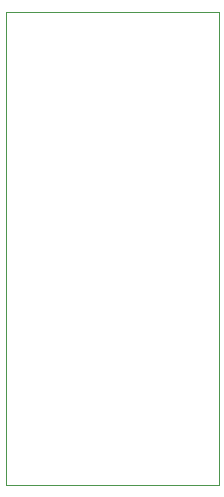
<source format=gbr>
%TF.GenerationSoftware,KiCad,Pcbnew,8.0.0*%
%TF.CreationDate,2024-09-27T20:32:54-07:00*%
%TF.ProjectId,lyrav3r2,6c797261-7633-4723-922e-6b696361645f,rev?*%
%TF.SameCoordinates,Original*%
%TF.FileFunction,Profile,NP*%
%FSLAX46Y46*%
G04 Gerber Fmt 4.6, Leading zero omitted, Abs format (unit mm)*
G04 Created by KiCad (PCBNEW 8.0.0) date 2024-09-27 20:32:54*
%MOMM*%
%LPD*%
G01*
G04 APERTURE LIST*
%TA.AperFunction,Profile*%
%ADD10C,0.100000*%
%TD*%
G04 APERTURE END LIST*
D10*
X0Y40000000D02*
X18000000Y40000000D01*
X18000000Y0D01*
X0Y0D01*
X0Y40000000D01*
M02*

</source>
